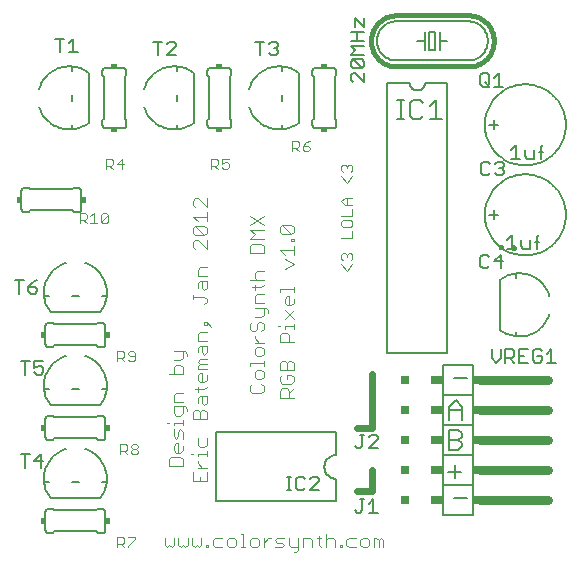
<source format=gto>
G75*
G70*
%OFA0B0*%
%FSLAX24Y24*%
%IPPOS*%
%LPD*%
%AMOC8*
5,1,8,0,0,1.08239X$1,22.5*
%
%ADD10C,0.0060*%
%ADD11C,0.0040*%
%ADD12C,0.0240*%
%ADD13C,0.0100*%
%ADD14C,0.0030*%
%ADD15C,0.0070*%
%ADD16C,0.0160*%
%ADD17C,0.0050*%
%ADD18C,0.0300*%
%ADD19R,0.0200X0.0300*%
%ADD20R,0.0400X0.0300*%
%ADD21R,0.0300X0.0300*%
%ADD22R,0.0200X0.0150*%
%ADD23R,0.0150X0.0200*%
D10*
X002501Y002904D02*
X002651Y002904D01*
X002701Y002954D01*
X004101Y002954D01*
X004151Y002904D01*
X004301Y002904D01*
X004318Y002906D01*
X004335Y002910D01*
X004351Y002917D01*
X004365Y002927D01*
X004378Y002940D01*
X004388Y002954D01*
X004395Y002970D01*
X004399Y002987D01*
X004401Y003004D01*
X004401Y003604D01*
X004399Y003621D01*
X004395Y003638D01*
X004388Y003654D01*
X004378Y003668D01*
X004365Y003681D01*
X004351Y003691D01*
X004335Y003698D01*
X004318Y003702D01*
X004301Y003704D01*
X004151Y003704D01*
X004101Y003654D01*
X002701Y003654D01*
X002651Y003704D01*
X002501Y003704D01*
X002484Y003702D01*
X002467Y003698D01*
X002451Y003691D01*
X002437Y003681D01*
X002424Y003668D01*
X002414Y003654D01*
X002407Y003638D01*
X002403Y003621D01*
X002401Y003604D01*
X002401Y003004D01*
X002403Y002987D01*
X002407Y002970D01*
X002414Y002954D01*
X002424Y002940D01*
X002437Y002927D01*
X002451Y002917D01*
X002467Y002910D01*
X002484Y002906D01*
X002501Y002904D01*
X002501Y006004D02*
X002651Y006004D01*
X002701Y006054D01*
X004101Y006054D01*
X004151Y006004D01*
X004301Y006004D01*
X004318Y006006D01*
X004335Y006010D01*
X004351Y006017D01*
X004365Y006027D01*
X004378Y006040D01*
X004388Y006054D01*
X004395Y006070D01*
X004399Y006087D01*
X004401Y006104D01*
X004401Y006704D01*
X004399Y006721D01*
X004395Y006738D01*
X004388Y006754D01*
X004378Y006768D01*
X004365Y006781D01*
X004351Y006791D01*
X004335Y006798D01*
X004318Y006802D01*
X004301Y006804D01*
X004151Y006804D01*
X004101Y006754D01*
X002701Y006754D01*
X002651Y006804D01*
X002501Y006804D01*
X002484Y006802D01*
X002467Y006798D01*
X002451Y006791D01*
X002437Y006781D01*
X002424Y006768D01*
X002414Y006754D01*
X002407Y006738D01*
X002403Y006721D01*
X002401Y006704D01*
X002401Y006104D01*
X002403Y006087D01*
X002407Y006070D01*
X002414Y006054D01*
X002424Y006040D01*
X002437Y006027D01*
X002451Y006017D01*
X002467Y006010D01*
X002484Y006006D01*
X002501Y006004D01*
X002501Y009104D02*
X002651Y009104D01*
X002701Y009154D01*
X004101Y009154D01*
X004151Y009104D01*
X004301Y009104D01*
X004318Y009106D01*
X004335Y009110D01*
X004351Y009117D01*
X004365Y009127D01*
X004378Y009140D01*
X004388Y009154D01*
X004395Y009170D01*
X004399Y009187D01*
X004401Y009204D01*
X004401Y009804D01*
X004399Y009821D01*
X004395Y009838D01*
X004388Y009854D01*
X004378Y009868D01*
X004365Y009881D01*
X004351Y009891D01*
X004335Y009898D01*
X004318Y009902D01*
X004301Y009904D01*
X004151Y009904D01*
X004101Y009854D01*
X002701Y009854D01*
X002651Y009904D01*
X002501Y009904D01*
X002484Y009902D01*
X002467Y009898D01*
X002451Y009891D01*
X002437Y009881D01*
X002424Y009868D01*
X002414Y009854D01*
X002407Y009838D01*
X002403Y009821D01*
X002401Y009804D01*
X002401Y009204D01*
X002403Y009187D01*
X002407Y009170D01*
X002414Y009154D01*
X002424Y009140D01*
X002437Y009127D01*
X002451Y009117D01*
X002467Y009110D01*
X002484Y009106D01*
X002501Y009104D01*
X001851Y013604D02*
X001701Y013604D01*
X001684Y013606D01*
X001667Y013610D01*
X001651Y013617D01*
X001637Y013627D01*
X001624Y013640D01*
X001614Y013654D01*
X001607Y013670D01*
X001603Y013687D01*
X001601Y013704D01*
X001601Y014304D01*
X001603Y014321D01*
X001607Y014338D01*
X001614Y014354D01*
X001624Y014368D01*
X001637Y014381D01*
X001651Y014391D01*
X001667Y014398D01*
X001684Y014402D01*
X001701Y014404D01*
X001851Y014404D01*
X001901Y014354D01*
X003301Y014354D01*
X003351Y014404D01*
X003501Y014404D01*
X003518Y014402D01*
X003535Y014398D01*
X003551Y014391D01*
X003565Y014381D01*
X003578Y014368D01*
X003588Y014354D01*
X003595Y014338D01*
X003599Y014321D01*
X003601Y014304D01*
X003601Y013704D01*
X003599Y013687D01*
X003595Y013670D01*
X003588Y013654D01*
X003578Y013640D01*
X003565Y013627D01*
X003551Y013617D01*
X003535Y013610D01*
X003518Y013606D01*
X003501Y013604D01*
X003351Y013604D01*
X003301Y013654D01*
X001901Y013654D01*
X001851Y013604D01*
X004401Y016404D02*
X005001Y016404D01*
X005018Y016406D01*
X005035Y016410D01*
X005051Y016417D01*
X005065Y016427D01*
X005078Y016440D01*
X005088Y016454D01*
X005095Y016470D01*
X005099Y016487D01*
X005101Y016504D01*
X005101Y016654D01*
X005051Y016704D01*
X005051Y018104D01*
X005101Y018154D01*
X005101Y018304D01*
X005099Y018321D01*
X005095Y018338D01*
X005088Y018354D01*
X005078Y018368D01*
X005065Y018381D01*
X005051Y018391D01*
X005035Y018398D01*
X005018Y018402D01*
X005001Y018404D01*
X004401Y018404D01*
X004384Y018402D01*
X004367Y018398D01*
X004351Y018391D01*
X004337Y018381D01*
X004324Y018368D01*
X004314Y018354D01*
X004307Y018338D01*
X004303Y018321D01*
X004301Y018304D01*
X004301Y018154D01*
X004351Y018104D01*
X004351Y016704D01*
X004301Y016654D01*
X004301Y016504D01*
X004303Y016487D01*
X004307Y016470D01*
X004314Y016454D01*
X004324Y016440D01*
X004337Y016427D01*
X004351Y016417D01*
X004367Y016410D01*
X004384Y016406D01*
X004401Y016404D01*
X007801Y016504D02*
X007801Y016654D01*
X007851Y016704D01*
X007851Y018104D01*
X007801Y018154D01*
X007801Y018304D01*
X007803Y018321D01*
X007807Y018338D01*
X007814Y018354D01*
X007824Y018368D01*
X007837Y018381D01*
X007851Y018391D01*
X007867Y018398D01*
X007884Y018402D01*
X007901Y018404D01*
X008501Y018404D01*
X008518Y018402D01*
X008535Y018398D01*
X008551Y018391D01*
X008565Y018381D01*
X008578Y018368D01*
X008588Y018354D01*
X008595Y018338D01*
X008599Y018321D01*
X008601Y018304D01*
X008601Y018154D01*
X008551Y018104D01*
X008551Y016704D01*
X008601Y016654D01*
X008601Y016504D01*
X008599Y016487D01*
X008595Y016470D01*
X008588Y016454D01*
X008578Y016440D01*
X008565Y016427D01*
X008551Y016417D01*
X008535Y016410D01*
X008518Y016406D01*
X008501Y016404D01*
X007901Y016404D01*
X007884Y016406D01*
X007867Y016410D01*
X007851Y016417D01*
X007837Y016427D01*
X007824Y016440D01*
X007814Y016454D01*
X007807Y016470D01*
X007803Y016487D01*
X007801Y016504D01*
X011301Y016504D02*
X011301Y016654D01*
X011351Y016704D01*
X011351Y018104D01*
X011301Y018154D01*
X011301Y018304D01*
X011303Y018321D01*
X011307Y018338D01*
X011314Y018354D01*
X011324Y018368D01*
X011337Y018381D01*
X011351Y018391D01*
X011367Y018398D01*
X011384Y018402D01*
X011401Y018404D01*
X012001Y018404D01*
X012018Y018402D01*
X012035Y018398D01*
X012051Y018391D01*
X012065Y018381D01*
X012078Y018368D01*
X012088Y018354D01*
X012095Y018338D01*
X012099Y018321D01*
X012101Y018304D01*
X012101Y018154D01*
X012051Y018104D01*
X012051Y016704D01*
X012101Y016654D01*
X012101Y016504D01*
X012099Y016487D01*
X012095Y016470D01*
X012088Y016454D01*
X012078Y016440D01*
X012065Y016427D01*
X012051Y016417D01*
X012035Y016410D01*
X012018Y016406D01*
X012001Y016404D01*
X011401Y016404D01*
X011384Y016406D01*
X011367Y016410D01*
X011351Y016417D01*
X011337Y016427D01*
X011324Y016440D01*
X011314Y016454D01*
X011307Y016470D01*
X011303Y016487D01*
X011301Y016504D01*
X013801Y017904D02*
X013801Y008904D01*
X015801Y008904D01*
X015801Y017904D01*
X015051Y017904D01*
X015049Y017874D01*
X015044Y017844D01*
X015035Y017815D01*
X015022Y017788D01*
X015007Y017762D01*
X014988Y017738D01*
X014967Y017717D01*
X014943Y017698D01*
X014917Y017683D01*
X014890Y017670D01*
X014861Y017661D01*
X014831Y017656D01*
X014801Y017654D01*
X014771Y017656D01*
X014741Y017661D01*
X014712Y017670D01*
X014685Y017683D01*
X014659Y017698D01*
X014635Y017717D01*
X014614Y017738D01*
X014595Y017762D01*
X014580Y017788D01*
X014567Y017815D01*
X014558Y017844D01*
X014553Y017874D01*
X014551Y017904D01*
X013801Y017904D01*
X014101Y018654D02*
X016501Y018654D01*
X016551Y018656D01*
X016600Y018662D01*
X016649Y018671D01*
X016697Y018684D01*
X016744Y018701D01*
X016789Y018721D01*
X016833Y018745D01*
X016875Y018772D01*
X016915Y018803D01*
X016952Y018836D01*
X016986Y018872D01*
X017018Y018910D01*
X017047Y018951D01*
X017072Y018993D01*
X017094Y019038D01*
X017113Y019084D01*
X017128Y019132D01*
X017139Y019180D01*
X017147Y019229D01*
X017151Y019279D01*
X017151Y019329D01*
X017147Y019379D01*
X017139Y019428D01*
X017128Y019476D01*
X017113Y019524D01*
X017094Y019570D01*
X017072Y019615D01*
X017047Y019657D01*
X017018Y019698D01*
X016986Y019736D01*
X016952Y019772D01*
X016915Y019805D01*
X016875Y019836D01*
X016833Y019863D01*
X016789Y019887D01*
X016744Y019907D01*
X016697Y019924D01*
X016649Y019937D01*
X016600Y019946D01*
X016551Y019952D01*
X016501Y019954D01*
X014101Y019954D01*
X014051Y019952D01*
X014002Y019946D01*
X013953Y019937D01*
X013905Y019924D01*
X013858Y019907D01*
X013813Y019887D01*
X013769Y019863D01*
X013727Y019836D01*
X013687Y019805D01*
X013650Y019772D01*
X013616Y019736D01*
X013584Y019698D01*
X013555Y019657D01*
X013530Y019615D01*
X013508Y019570D01*
X013489Y019524D01*
X013474Y019476D01*
X013463Y019428D01*
X013455Y019379D01*
X013451Y019329D01*
X013451Y019279D01*
X013455Y019229D01*
X013463Y019180D01*
X013474Y019132D01*
X013489Y019084D01*
X013508Y019038D01*
X013530Y018993D01*
X013555Y018951D01*
X013584Y018910D01*
X013616Y018872D01*
X013650Y018836D01*
X013687Y018803D01*
X013727Y018772D01*
X013769Y018745D01*
X013813Y018721D01*
X013858Y018701D01*
X013905Y018684D01*
X013953Y018671D01*
X014002Y018662D01*
X014051Y018656D01*
X014101Y018654D01*
X014801Y019304D02*
X015051Y019304D01*
X015051Y019604D01*
X015201Y019604D02*
X015401Y019604D01*
X015401Y019004D01*
X015201Y019004D01*
X015201Y019604D01*
X015551Y019604D02*
X015551Y019304D01*
X015801Y019304D01*
X015551Y019304D02*
X015551Y019004D01*
X015051Y019004D02*
X015051Y019304D01*
X017351Y016654D02*
X017351Y016354D01*
X017201Y016504D02*
X017501Y016504D01*
X017051Y016504D02*
X017053Y016577D01*
X017059Y016650D01*
X017069Y016722D01*
X017083Y016794D01*
X017100Y016865D01*
X017122Y016935D01*
X017147Y017004D01*
X017176Y017071D01*
X017208Y017136D01*
X017244Y017200D01*
X017284Y017262D01*
X017326Y017321D01*
X017372Y017378D01*
X017421Y017432D01*
X017473Y017484D01*
X017527Y017533D01*
X017584Y017579D01*
X017643Y017621D01*
X017705Y017661D01*
X017769Y017697D01*
X017834Y017729D01*
X017901Y017758D01*
X017970Y017783D01*
X018040Y017805D01*
X018111Y017822D01*
X018183Y017836D01*
X018255Y017846D01*
X018328Y017852D01*
X018401Y017854D01*
X018474Y017852D01*
X018547Y017846D01*
X018619Y017836D01*
X018691Y017822D01*
X018762Y017805D01*
X018832Y017783D01*
X018901Y017758D01*
X018968Y017729D01*
X019033Y017697D01*
X019097Y017661D01*
X019159Y017621D01*
X019218Y017579D01*
X019275Y017533D01*
X019329Y017484D01*
X019381Y017432D01*
X019430Y017378D01*
X019476Y017321D01*
X019518Y017262D01*
X019558Y017200D01*
X019594Y017136D01*
X019626Y017071D01*
X019655Y017004D01*
X019680Y016935D01*
X019702Y016865D01*
X019719Y016794D01*
X019733Y016722D01*
X019743Y016650D01*
X019749Y016577D01*
X019751Y016504D01*
X019749Y016431D01*
X019743Y016358D01*
X019733Y016286D01*
X019719Y016214D01*
X019702Y016143D01*
X019680Y016073D01*
X019655Y016004D01*
X019626Y015937D01*
X019594Y015872D01*
X019558Y015808D01*
X019518Y015746D01*
X019476Y015687D01*
X019430Y015630D01*
X019381Y015576D01*
X019329Y015524D01*
X019275Y015475D01*
X019218Y015429D01*
X019159Y015387D01*
X019097Y015347D01*
X019033Y015311D01*
X018968Y015279D01*
X018901Y015250D01*
X018832Y015225D01*
X018762Y015203D01*
X018691Y015186D01*
X018619Y015172D01*
X018547Y015162D01*
X018474Y015156D01*
X018401Y015154D01*
X018328Y015156D01*
X018255Y015162D01*
X018183Y015172D01*
X018111Y015186D01*
X018040Y015203D01*
X017970Y015225D01*
X017901Y015250D01*
X017834Y015279D01*
X017769Y015311D01*
X017705Y015347D01*
X017643Y015387D01*
X017584Y015429D01*
X017527Y015475D01*
X017473Y015524D01*
X017421Y015576D01*
X017372Y015630D01*
X017326Y015687D01*
X017284Y015746D01*
X017244Y015808D01*
X017208Y015872D01*
X017176Y015937D01*
X017147Y016004D01*
X017122Y016073D01*
X017100Y016143D01*
X017083Y016214D01*
X017069Y016286D01*
X017059Y016358D01*
X017053Y016431D01*
X017051Y016504D01*
X017351Y013654D02*
X017351Y013354D01*
X017201Y013504D02*
X017501Y013504D01*
X017051Y013504D02*
X017053Y013577D01*
X017059Y013650D01*
X017069Y013722D01*
X017083Y013794D01*
X017100Y013865D01*
X017122Y013935D01*
X017147Y014004D01*
X017176Y014071D01*
X017208Y014136D01*
X017244Y014200D01*
X017284Y014262D01*
X017326Y014321D01*
X017372Y014378D01*
X017421Y014432D01*
X017473Y014484D01*
X017527Y014533D01*
X017584Y014579D01*
X017643Y014621D01*
X017705Y014661D01*
X017769Y014697D01*
X017834Y014729D01*
X017901Y014758D01*
X017970Y014783D01*
X018040Y014805D01*
X018111Y014822D01*
X018183Y014836D01*
X018255Y014846D01*
X018328Y014852D01*
X018401Y014854D01*
X018474Y014852D01*
X018547Y014846D01*
X018619Y014836D01*
X018691Y014822D01*
X018762Y014805D01*
X018832Y014783D01*
X018901Y014758D01*
X018968Y014729D01*
X019033Y014697D01*
X019097Y014661D01*
X019159Y014621D01*
X019218Y014579D01*
X019275Y014533D01*
X019329Y014484D01*
X019381Y014432D01*
X019430Y014378D01*
X019476Y014321D01*
X019518Y014262D01*
X019558Y014200D01*
X019594Y014136D01*
X019626Y014071D01*
X019655Y014004D01*
X019680Y013935D01*
X019702Y013865D01*
X019719Y013794D01*
X019733Y013722D01*
X019743Y013650D01*
X019749Y013577D01*
X019751Y013504D01*
X019749Y013431D01*
X019743Y013358D01*
X019733Y013286D01*
X019719Y013214D01*
X019702Y013143D01*
X019680Y013073D01*
X019655Y013004D01*
X019626Y012937D01*
X019594Y012872D01*
X019558Y012808D01*
X019518Y012746D01*
X019476Y012687D01*
X019430Y012630D01*
X019381Y012576D01*
X019329Y012524D01*
X019275Y012475D01*
X019218Y012429D01*
X019159Y012387D01*
X019097Y012347D01*
X019033Y012311D01*
X018968Y012279D01*
X018901Y012250D01*
X018832Y012225D01*
X018762Y012203D01*
X018691Y012186D01*
X018619Y012172D01*
X018547Y012162D01*
X018474Y012156D01*
X018401Y012154D01*
X018328Y012156D01*
X018255Y012162D01*
X018183Y012172D01*
X018111Y012186D01*
X018040Y012203D01*
X017970Y012225D01*
X017901Y012250D01*
X017834Y012279D01*
X017769Y012311D01*
X017705Y012347D01*
X017643Y012387D01*
X017584Y012429D01*
X017527Y012475D01*
X017473Y012524D01*
X017421Y012576D01*
X017372Y012630D01*
X017326Y012687D01*
X017284Y012746D01*
X017244Y012808D01*
X017208Y012872D01*
X017176Y012937D01*
X017147Y013004D01*
X017122Y013073D01*
X017100Y013143D01*
X017083Y013214D01*
X017069Y013286D01*
X017059Y013358D01*
X017053Y013431D01*
X017051Y013504D01*
X018101Y011549D02*
X018101Y011391D01*
X017551Y011329D02*
X017551Y009679D01*
X018101Y009617D02*
X018101Y009459D01*
X017551Y009679D02*
X017602Y009642D01*
X017655Y009607D01*
X017711Y009575D01*
X017768Y009547D01*
X017827Y009523D01*
X017887Y009502D01*
X017948Y009485D01*
X018010Y009471D01*
X018073Y009462D01*
X018136Y009456D01*
X018200Y009454D01*
X018264Y009456D01*
X018327Y009462D01*
X018390Y009471D01*
X018452Y009484D01*
X018513Y009502D01*
X018573Y009522D01*
X018632Y009547D01*
X018689Y009574D01*
X018745Y009606D01*
X018798Y009640D01*
X018849Y009678D01*
X018898Y009719D01*
X018944Y009763D01*
X018988Y009809D01*
X019029Y009858D01*
X019066Y009909D01*
X019101Y009963D01*
X019132Y010018D01*
X019160Y010075D01*
X019184Y010134D01*
X019204Y010194D01*
X019204Y010814D02*
X019184Y010874D01*
X019160Y010933D01*
X019132Y010990D01*
X019101Y011045D01*
X019066Y011099D01*
X019029Y011150D01*
X018988Y011199D01*
X018944Y011245D01*
X018898Y011289D01*
X018849Y011330D01*
X018798Y011368D01*
X018745Y011402D01*
X018689Y011433D01*
X018632Y011461D01*
X018573Y011486D01*
X018513Y011506D01*
X018452Y011524D01*
X018390Y011537D01*
X018327Y011546D01*
X018264Y011552D01*
X018200Y011554D01*
X018136Y011552D01*
X018073Y011546D01*
X018010Y011537D01*
X017948Y011523D01*
X017887Y011506D01*
X017827Y011485D01*
X017768Y011461D01*
X017711Y011433D01*
X017655Y011401D01*
X017602Y011366D01*
X017551Y011329D01*
X016651Y008504D02*
X015651Y008504D01*
X015651Y007504D01*
X015651Y006504D01*
X015651Y005504D01*
X016651Y005504D01*
X016651Y006504D01*
X016651Y007504D01*
X016651Y008504D01*
X016458Y008054D02*
X016031Y008054D01*
X015651Y007504D02*
X016651Y007504D01*
X016288Y007111D02*
X016288Y006684D01*
X016288Y007004D02*
X015861Y007004D01*
X015861Y007111D02*
X015861Y006684D01*
X015651Y006504D02*
X016651Y006504D01*
X016278Y006218D02*
X016278Y006111D01*
X016171Y006004D01*
X015851Y006004D01*
X015851Y005684D02*
X015851Y006324D01*
X016171Y006324D01*
X016278Y006218D01*
X016171Y006004D02*
X016278Y005897D01*
X016278Y005791D01*
X016171Y005684D01*
X015851Y005684D01*
X015651Y005504D02*
X016651Y005504D01*
X016651Y004504D01*
X016651Y003504D01*
X015651Y003504D01*
X015651Y004504D01*
X016651Y004504D01*
X016458Y004054D02*
X016031Y004054D01*
X015651Y004504D02*
X015651Y005504D01*
X016051Y005161D02*
X016051Y004734D01*
X015837Y004947D02*
X016264Y004947D01*
X016288Y007111D02*
X016074Y007324D01*
X015861Y007111D01*
X012101Y006254D02*
X012101Y005504D01*
X012062Y005502D01*
X012023Y005496D01*
X011985Y005487D01*
X011948Y005474D01*
X011912Y005457D01*
X011879Y005437D01*
X011847Y005413D01*
X011818Y005387D01*
X011792Y005358D01*
X011768Y005326D01*
X011748Y005293D01*
X011731Y005257D01*
X011718Y005220D01*
X011709Y005182D01*
X011703Y005143D01*
X011701Y005104D01*
X011703Y005065D01*
X011709Y005026D01*
X011718Y004988D01*
X011731Y004951D01*
X011748Y004915D01*
X011768Y004882D01*
X011792Y004850D01*
X011818Y004821D01*
X011847Y004795D01*
X011879Y004771D01*
X011912Y004751D01*
X011948Y004734D01*
X011985Y004721D01*
X012023Y004712D01*
X012062Y004706D01*
X012101Y004704D01*
X012101Y003954D01*
X008101Y003954D01*
X008101Y006254D01*
X012101Y006254D01*
D11*
X010681Y007416D02*
X010220Y007416D01*
X010220Y007646D01*
X010297Y007722D01*
X010451Y007722D01*
X010527Y007646D01*
X010527Y007416D01*
X010527Y007569D02*
X010681Y007722D01*
X010604Y007876D02*
X010681Y007953D01*
X010681Y008106D01*
X010604Y008183D01*
X010451Y008183D01*
X010451Y008029D01*
X010604Y007876D02*
X010297Y007876D01*
X010220Y007953D01*
X010220Y008106D01*
X010297Y008183D01*
X010220Y008336D02*
X010220Y008566D01*
X010297Y008643D01*
X010374Y008643D01*
X010451Y008566D01*
X010451Y008336D01*
X010681Y008336D02*
X010681Y008566D01*
X010604Y008643D01*
X010527Y008643D01*
X010451Y008566D01*
X010681Y008336D02*
X010220Y008336D01*
X009681Y008253D02*
X009681Y008099D01*
X009604Y008022D01*
X009451Y008022D01*
X009374Y008099D01*
X009374Y008253D01*
X009451Y008329D01*
X009604Y008329D01*
X009681Y008253D01*
X009681Y008483D02*
X009681Y008636D01*
X009681Y008560D02*
X009220Y008560D01*
X009220Y008483D01*
X009451Y008790D02*
X009604Y008790D01*
X009681Y008866D01*
X009681Y009020D01*
X009604Y009097D01*
X009451Y009097D01*
X009374Y009020D01*
X009374Y008866D01*
X009451Y008790D01*
X009527Y009250D02*
X009374Y009404D01*
X009374Y009480D01*
X009374Y009634D02*
X009451Y009710D01*
X009451Y009864D01*
X009527Y009941D01*
X009604Y009941D01*
X009681Y009864D01*
X009681Y009710D01*
X009604Y009634D01*
X009374Y009634D02*
X009297Y009634D01*
X009220Y009710D01*
X009220Y009864D01*
X009297Y009941D01*
X009374Y010094D02*
X009604Y010094D01*
X009681Y010171D01*
X009681Y010401D01*
X009757Y010401D02*
X009374Y010401D01*
X009374Y010554D02*
X009374Y010785D01*
X009451Y010861D01*
X009681Y010861D01*
X009604Y011091D02*
X009297Y011091D01*
X009374Y011015D02*
X009374Y011168D01*
X009451Y011322D02*
X009374Y011398D01*
X009374Y011552D01*
X009451Y011629D01*
X009681Y011629D01*
X009681Y011322D02*
X009220Y011322D01*
X009604Y011091D02*
X009681Y011168D01*
X010220Y011022D02*
X010681Y011022D01*
X010681Y011098D02*
X010681Y010945D01*
X010527Y010791D02*
X010451Y010791D01*
X010374Y010715D01*
X010374Y010561D01*
X010451Y010485D01*
X010604Y010485D01*
X010681Y010561D01*
X010681Y010715D01*
X010527Y010791D02*
X010527Y010485D01*
X010374Y010331D02*
X010681Y010024D01*
X010681Y009871D02*
X010681Y009717D01*
X010681Y009794D02*
X010374Y009794D01*
X010374Y009717D01*
X010297Y009564D02*
X010451Y009564D01*
X010527Y009487D01*
X010527Y009257D01*
X010681Y009257D02*
X010220Y009257D01*
X010220Y009487D01*
X010297Y009564D01*
X010220Y009794D02*
X010144Y009794D01*
X010374Y010024D02*
X010681Y010331D01*
X010220Y010945D02*
X010220Y011022D01*
X010374Y011712D02*
X010681Y011866D01*
X010374Y012019D01*
X010374Y012173D02*
X010220Y012326D01*
X010681Y012326D01*
X010681Y012173D02*
X010681Y012479D01*
X010681Y012633D02*
X010681Y012710D01*
X010604Y012710D01*
X010604Y012633D01*
X010681Y012633D01*
X010604Y012863D02*
X010297Y013170D01*
X010604Y013170D01*
X010681Y013093D01*
X010681Y012940D01*
X010604Y012863D01*
X010297Y012863D01*
X010220Y012940D01*
X010220Y013093D01*
X010297Y013170D01*
X009681Y013163D02*
X009220Y013470D01*
X009220Y013163D02*
X009681Y013470D01*
X009681Y013010D02*
X009220Y013010D01*
X009374Y012856D01*
X009220Y012703D01*
X009681Y012703D01*
X009604Y012549D02*
X009297Y012549D01*
X009220Y012473D01*
X009220Y012242D01*
X009681Y012242D01*
X009681Y012473D01*
X009604Y012549D01*
X007781Y012680D02*
X007781Y012373D01*
X007474Y012680D01*
X007397Y012680D01*
X007320Y012603D01*
X007320Y012450D01*
X007397Y012373D01*
X007397Y012834D02*
X007320Y012910D01*
X007320Y013064D01*
X007397Y013140D01*
X007704Y012834D01*
X007781Y012910D01*
X007781Y013064D01*
X007704Y013140D01*
X007397Y013140D01*
X007474Y013294D02*
X007320Y013447D01*
X007781Y013447D01*
X007781Y013294D02*
X007781Y013601D01*
X007781Y013754D02*
X007474Y014061D01*
X007397Y014061D01*
X007320Y013984D01*
X007320Y013831D01*
X007397Y013754D01*
X007781Y013754D02*
X007781Y014061D01*
X007921Y015034D02*
X007921Y015384D01*
X008096Y015384D01*
X008154Y015326D01*
X008154Y015209D01*
X008096Y015151D01*
X007921Y015151D01*
X008038Y015151D02*
X008154Y015034D01*
X008280Y015092D02*
X008338Y015034D01*
X008455Y015034D01*
X008513Y015092D01*
X008513Y015209D01*
X008455Y015267D01*
X008397Y015267D01*
X008280Y015209D01*
X008280Y015384D01*
X008513Y015384D01*
X010621Y015634D02*
X010621Y015984D01*
X010796Y015984D01*
X010854Y015926D01*
X010854Y015809D01*
X010796Y015751D01*
X010621Y015751D01*
X010738Y015751D02*
X010854Y015634D01*
X010980Y015692D02*
X011038Y015634D01*
X011155Y015634D01*
X011213Y015692D01*
X011213Y015751D01*
X011155Y015809D01*
X010980Y015809D01*
X010980Y015692D01*
X010980Y015809D02*
X011097Y015926D01*
X011213Y015984D01*
X007704Y012834D02*
X007397Y012834D01*
X007551Y011759D02*
X007781Y011759D01*
X007551Y011759D02*
X007474Y011683D01*
X007474Y011452D01*
X007781Y011452D01*
X007781Y011299D02*
X007551Y011299D01*
X007474Y011222D01*
X007474Y011069D01*
X007627Y011069D02*
X007627Y011299D01*
X007781Y011299D02*
X007781Y011069D01*
X007704Y010992D01*
X007627Y011069D01*
X007704Y010762D02*
X007320Y010762D01*
X007320Y010685D02*
X007320Y010839D01*
X007704Y010762D02*
X007781Y010685D01*
X007781Y010608D01*
X007704Y010532D01*
X007704Y009918D02*
X007704Y009841D01*
X007781Y009841D01*
X007781Y009918D01*
X007704Y009918D01*
X007781Y009918D02*
X007934Y009765D01*
X007781Y009611D02*
X007551Y009611D01*
X007474Y009534D01*
X007474Y009304D01*
X007781Y009304D01*
X007781Y009151D02*
X007551Y009151D01*
X007474Y009074D01*
X007474Y008921D01*
X007627Y008921D02*
X007627Y009151D01*
X007781Y009151D02*
X007781Y008921D01*
X007704Y008844D01*
X007627Y008921D01*
X007551Y008690D02*
X007781Y008690D01*
X007781Y008537D02*
X007551Y008537D01*
X007474Y008614D01*
X007551Y008690D01*
X007551Y008537D02*
X007474Y008460D01*
X007474Y008383D01*
X007781Y008383D01*
X007627Y008230D02*
X007627Y007923D01*
X007551Y007923D02*
X007474Y008000D01*
X007474Y008153D01*
X007551Y008230D01*
X007627Y008230D01*
X007781Y008153D02*
X007781Y008000D01*
X007704Y007923D01*
X007551Y007923D01*
X007474Y007770D02*
X007474Y007616D01*
X007397Y007693D02*
X007704Y007693D01*
X007781Y007770D01*
X007781Y007463D02*
X007551Y007463D01*
X007474Y007386D01*
X007474Y007233D01*
X007627Y007233D02*
X007627Y007463D01*
X007781Y007463D02*
X007781Y007233D01*
X007704Y007156D01*
X007627Y007233D01*
X007627Y007002D02*
X007704Y007002D01*
X007781Y006926D01*
X007781Y006696D01*
X007320Y006696D01*
X007320Y006926D01*
X007397Y007002D01*
X007474Y007002D01*
X007551Y006926D01*
X007551Y006696D01*
X007551Y006926D02*
X007627Y007002D01*
X007134Y006965D02*
X007134Y007042D01*
X007057Y007119D01*
X006674Y007119D01*
X006674Y006889D01*
X006751Y006812D01*
X006904Y006812D01*
X006981Y006889D01*
X006981Y007119D01*
X006981Y007272D02*
X006674Y007272D01*
X006674Y007502D01*
X006751Y007579D01*
X006981Y007579D01*
X006981Y008193D02*
X006520Y008193D01*
X006674Y008193D02*
X006674Y008423D01*
X006751Y008500D01*
X006904Y008500D01*
X006981Y008423D01*
X006981Y008193D01*
X006904Y008653D02*
X006674Y008653D01*
X006904Y008653D02*
X006981Y008730D01*
X006981Y008960D01*
X007057Y008960D02*
X007134Y008883D01*
X007134Y008807D01*
X007057Y008960D02*
X006674Y008960D01*
X005395Y008916D02*
X005395Y008682D01*
X005337Y008624D01*
X005220Y008624D01*
X005162Y008682D01*
X005220Y008799D02*
X005395Y008799D01*
X005395Y008916D02*
X005337Y008974D01*
X005220Y008974D01*
X005162Y008916D01*
X005162Y008857D01*
X005220Y008799D01*
X005036Y008799D02*
X005036Y008916D01*
X004978Y008974D01*
X004803Y008974D01*
X004803Y008624D01*
X004803Y008741D02*
X004978Y008741D01*
X005036Y008799D01*
X004919Y008741D02*
X005036Y008624D01*
X006444Y006582D02*
X006520Y006582D01*
X006674Y006582D02*
X006981Y006582D01*
X006981Y006658D02*
X006981Y006505D01*
X006904Y006352D02*
X006827Y006275D01*
X006827Y006121D01*
X006751Y006045D01*
X006674Y006121D01*
X006674Y006352D01*
X006674Y006505D02*
X006674Y006582D01*
X006904Y006352D02*
X006981Y006275D01*
X006981Y006045D01*
X006827Y005891D02*
X006827Y005584D01*
X006751Y005584D02*
X006674Y005661D01*
X006674Y005814D01*
X006751Y005891D01*
X006827Y005891D01*
X006981Y005814D02*
X006981Y005661D01*
X006904Y005584D01*
X006751Y005584D01*
X006904Y005431D02*
X006597Y005431D01*
X006520Y005354D01*
X006520Y005124D01*
X006981Y005124D01*
X006981Y005354D01*
X006904Y005431D01*
X007244Y005545D02*
X007320Y005545D01*
X007474Y005545D02*
X007781Y005545D01*
X007781Y005621D02*
X007781Y005468D01*
X007474Y005468D02*
X007474Y005545D01*
X007474Y005314D02*
X007474Y005238D01*
X007627Y005084D01*
X007474Y005084D02*
X007781Y005084D01*
X007781Y004931D02*
X007781Y004624D01*
X007320Y004624D01*
X007320Y004931D01*
X007551Y004777D02*
X007551Y004624D01*
X007551Y005775D02*
X007474Y005851D01*
X007474Y006082D01*
X007551Y005775D02*
X007704Y005775D01*
X007781Y005851D01*
X007781Y006082D01*
X009297Y007562D02*
X009220Y007639D01*
X009220Y007792D01*
X009297Y007869D01*
X009604Y007869D02*
X009681Y007792D01*
X009681Y007639D01*
X009604Y007562D01*
X009297Y007562D01*
X009374Y009250D02*
X009681Y009250D01*
X009834Y010247D02*
X009834Y010324D01*
X009757Y010401D01*
X009681Y010554D02*
X009374Y010554D01*
X004955Y015034D02*
X004955Y015384D01*
X004780Y015209D01*
X005013Y015209D01*
X004654Y015209D02*
X004654Y015326D01*
X004596Y015384D01*
X004421Y015384D01*
X004421Y015034D01*
X004421Y015151D02*
X004596Y015151D01*
X004654Y015209D01*
X004538Y015151D02*
X004654Y015034D01*
X004437Y013574D02*
X004495Y013516D01*
X004262Y013282D01*
X004320Y013224D01*
X004437Y013224D01*
X004495Y013282D01*
X004495Y013516D01*
X004437Y013574D02*
X004320Y013574D01*
X004262Y013516D01*
X004262Y013282D01*
X004136Y013224D02*
X003903Y013224D01*
X004019Y013224D02*
X004019Y013574D01*
X003903Y013457D01*
X003777Y013399D02*
X003719Y013341D01*
X003544Y013341D01*
X003660Y013341D02*
X003777Y013224D01*
X003777Y013399D02*
X003777Y013516D01*
X003719Y013574D01*
X003544Y013574D01*
X003544Y013224D01*
X004903Y005874D02*
X005078Y005874D01*
X005136Y005816D01*
X005136Y005699D01*
X005078Y005641D01*
X004903Y005641D01*
X005019Y005641D02*
X005136Y005524D01*
X005262Y005582D02*
X005262Y005641D01*
X005320Y005699D01*
X005437Y005699D01*
X005495Y005641D01*
X005495Y005582D01*
X005437Y005524D01*
X005320Y005524D01*
X005262Y005582D01*
X005320Y005699D02*
X005262Y005757D01*
X005262Y005816D01*
X005320Y005874D01*
X005437Y005874D01*
X005495Y005816D01*
X005495Y005757D01*
X005437Y005699D01*
X004903Y005524D02*
X004903Y005874D01*
X004978Y002774D02*
X004803Y002774D01*
X004803Y002424D01*
X004803Y002541D02*
X004978Y002541D01*
X005036Y002599D01*
X005036Y002716D01*
X004978Y002774D01*
X005162Y002774D02*
X005395Y002774D01*
X005395Y002716D01*
X005162Y002482D01*
X005162Y002424D01*
X005036Y002424D02*
X004919Y002541D01*
X006378Y002501D02*
X006454Y002424D01*
X006531Y002501D01*
X006608Y002424D01*
X006685Y002501D01*
X006685Y002731D01*
X006838Y002731D02*
X006838Y002501D01*
X006915Y002424D01*
X006992Y002501D01*
X007068Y002424D01*
X007145Y002501D01*
X007145Y002731D01*
X007299Y002731D02*
X007299Y002501D01*
X007375Y002424D01*
X007452Y002501D01*
X007529Y002424D01*
X007605Y002501D01*
X007605Y002731D01*
X007759Y002501D02*
X007836Y002501D01*
X007836Y002424D01*
X007759Y002424D01*
X007759Y002501D01*
X007989Y002501D02*
X008066Y002424D01*
X008296Y002424D01*
X008449Y002501D02*
X008526Y002424D01*
X008680Y002424D01*
X008756Y002501D01*
X008756Y002654D01*
X008680Y002731D01*
X008526Y002731D01*
X008449Y002654D01*
X008449Y002501D01*
X008296Y002731D02*
X008066Y002731D01*
X007989Y002654D01*
X007989Y002501D01*
X008910Y002424D02*
X009063Y002424D01*
X008986Y002424D02*
X008986Y002884D01*
X008910Y002884D01*
X009217Y002654D02*
X009217Y002501D01*
X009293Y002424D01*
X009447Y002424D01*
X009524Y002501D01*
X009524Y002654D01*
X009447Y002731D01*
X009293Y002731D01*
X009217Y002654D01*
X009677Y002731D02*
X009677Y002424D01*
X009677Y002577D02*
X009830Y002731D01*
X009907Y002731D01*
X010061Y002654D02*
X010137Y002731D01*
X010367Y002731D01*
X010521Y002731D02*
X010521Y002501D01*
X010598Y002424D01*
X010828Y002424D01*
X010828Y002347D02*
X010751Y002271D01*
X010674Y002271D01*
X010828Y002347D02*
X010828Y002731D01*
X010981Y002731D02*
X011211Y002731D01*
X011288Y002654D01*
X011288Y002424D01*
X010981Y002424D02*
X010981Y002731D01*
X011442Y002731D02*
X011595Y002731D01*
X011518Y002808D02*
X011518Y002501D01*
X011595Y002424D01*
X011749Y002424D02*
X011749Y002884D01*
X011825Y002731D02*
X011979Y002731D01*
X012055Y002654D01*
X012055Y002424D01*
X012209Y002424D02*
X012209Y002501D01*
X012286Y002501D01*
X012286Y002424D01*
X012209Y002424D01*
X012439Y002501D02*
X012516Y002424D01*
X012746Y002424D01*
X012899Y002501D02*
X012976Y002424D01*
X013130Y002424D01*
X013206Y002501D01*
X013206Y002654D01*
X013130Y002731D01*
X012976Y002731D01*
X012899Y002654D01*
X012899Y002501D01*
X012746Y002731D02*
X012516Y002731D01*
X012439Y002654D01*
X012439Y002501D01*
X011825Y002731D02*
X011749Y002654D01*
X010367Y002501D02*
X010291Y002577D01*
X010137Y002577D01*
X010061Y002654D01*
X010061Y002424D02*
X010291Y002424D01*
X010367Y002501D01*
X013360Y002424D02*
X013360Y002731D01*
X013436Y002731D01*
X013513Y002654D01*
X013590Y002731D01*
X013667Y002654D01*
X013667Y002424D01*
X013513Y002424D02*
X013513Y002654D01*
X006378Y002731D02*
X006378Y002501D01*
D12*
X012801Y004304D02*
X013301Y004304D01*
X013301Y005004D01*
X013301Y006404D02*
X012801Y006404D01*
X013301Y006504D02*
X013301Y008204D01*
D13*
X017951Y012404D02*
X017953Y012417D01*
X017958Y012430D01*
X017967Y012441D01*
X017978Y012448D01*
X017991Y012453D01*
X018004Y012454D01*
X018018Y012451D01*
X018030Y012445D01*
X018040Y012436D01*
X018047Y012424D01*
X018051Y012411D01*
X018051Y012397D01*
X018047Y012384D01*
X018040Y012372D01*
X018030Y012363D01*
X018018Y012357D01*
X018004Y012354D01*
X017991Y012355D01*
X017978Y012360D01*
X017967Y012367D01*
X017958Y012378D01*
X017953Y012391D01*
X017951Y012404D01*
D14*
X012636Y012172D02*
X012636Y012049D01*
X012574Y011987D01*
X012636Y011866D02*
X012451Y011619D01*
X012265Y011866D01*
X012327Y011987D02*
X012265Y012049D01*
X012265Y012172D01*
X012327Y012234D01*
X012389Y012234D01*
X012451Y012172D01*
X012512Y012234D01*
X012574Y012234D01*
X012636Y012172D01*
X012451Y012172D02*
X012451Y012111D01*
X012265Y012724D02*
X012636Y012724D01*
X012636Y012971D01*
X012574Y013092D02*
X012327Y013092D01*
X012265Y013154D01*
X012265Y013277D01*
X012327Y013339D01*
X012574Y013339D01*
X012636Y013277D01*
X012636Y013154D01*
X012574Y013092D01*
X012636Y013460D02*
X012265Y013460D01*
X012636Y013460D02*
X012636Y013707D01*
X012636Y013829D02*
X012389Y013829D01*
X012265Y013952D01*
X012389Y014076D01*
X012636Y014076D01*
X012451Y014076D02*
X012451Y013829D01*
X012451Y014565D02*
X012636Y014812D01*
X012574Y014934D02*
X012636Y014995D01*
X012636Y015119D01*
X012574Y015181D01*
X012512Y015181D01*
X012451Y015119D01*
X012451Y015057D01*
X012451Y015119D02*
X012389Y015181D01*
X012327Y015181D01*
X012265Y015119D01*
X012265Y014995D01*
X012327Y014934D01*
X012265Y014812D02*
X012451Y014565D01*
D15*
X014136Y016709D02*
X014346Y016709D01*
X014241Y016709D02*
X014241Y017339D01*
X014136Y017339D02*
X014346Y017339D01*
X014565Y017234D02*
X014565Y016814D01*
X014671Y016709D01*
X014881Y016709D01*
X014986Y016814D01*
X015210Y016709D02*
X015630Y016709D01*
X015420Y016709D02*
X015420Y017339D01*
X015210Y017129D01*
X014986Y017234D02*
X014881Y017339D01*
X014671Y017339D01*
X014565Y017234D01*
D16*
X014101Y018454D02*
X016501Y018454D01*
X016558Y018456D01*
X016614Y018462D01*
X016670Y018471D01*
X016726Y018484D01*
X016780Y018501D01*
X016833Y018521D01*
X016884Y018545D01*
X016934Y018573D01*
X016982Y018603D01*
X017028Y018637D01*
X017071Y018674D01*
X017112Y018713D01*
X017150Y018755D01*
X017185Y018800D01*
X017217Y018847D01*
X017246Y018896D01*
X017272Y018946D01*
X017294Y018999D01*
X017313Y019052D01*
X017328Y019107D01*
X017339Y019163D01*
X017347Y019219D01*
X017351Y019276D01*
X017351Y019332D01*
X017347Y019389D01*
X017339Y019445D01*
X017328Y019501D01*
X017313Y019556D01*
X017294Y019609D01*
X017272Y019662D01*
X017246Y019712D01*
X017217Y019761D01*
X017185Y019808D01*
X017150Y019853D01*
X017112Y019895D01*
X017071Y019934D01*
X017028Y019971D01*
X016982Y020005D01*
X016934Y020035D01*
X016884Y020063D01*
X016833Y020087D01*
X016780Y020107D01*
X016726Y020124D01*
X016670Y020137D01*
X016614Y020146D01*
X016558Y020152D01*
X016501Y020154D01*
X014101Y020154D01*
X014044Y020152D01*
X013988Y020146D01*
X013932Y020137D01*
X013876Y020124D01*
X013822Y020107D01*
X013769Y020087D01*
X013718Y020063D01*
X013668Y020035D01*
X013620Y020005D01*
X013574Y019971D01*
X013531Y019934D01*
X013490Y019895D01*
X013452Y019853D01*
X013417Y019808D01*
X013385Y019761D01*
X013356Y019712D01*
X013330Y019662D01*
X013308Y019609D01*
X013289Y019556D01*
X013274Y019501D01*
X013263Y019445D01*
X013255Y019389D01*
X013251Y019332D01*
X013251Y019276D01*
X013255Y019219D01*
X013263Y019163D01*
X013274Y019107D01*
X013289Y019052D01*
X013308Y018999D01*
X013330Y018946D01*
X013356Y018896D01*
X013385Y018847D01*
X013417Y018800D01*
X013452Y018755D01*
X013490Y018713D01*
X013531Y018674D01*
X013574Y018637D01*
X013620Y018603D01*
X013668Y018573D01*
X013718Y018545D01*
X013769Y018521D01*
X013822Y018501D01*
X013876Y018484D01*
X013932Y018471D01*
X013988Y018462D01*
X014044Y018456D01*
X014101Y018454D01*
D17*
X013026Y018462D02*
X012951Y018387D01*
X012650Y018688D01*
X012951Y018688D01*
X013026Y018613D01*
X013026Y018462D01*
X012951Y018387D02*
X012650Y018387D01*
X012575Y018462D01*
X012575Y018613D01*
X012650Y018688D01*
X012575Y018848D02*
X012726Y018998D01*
X012575Y019148D01*
X013026Y019148D01*
X013026Y019308D02*
X012575Y019308D01*
X012801Y019308D02*
X012801Y019608D01*
X012726Y019768D02*
X012726Y020069D01*
X013026Y019768D01*
X013026Y020069D01*
X013026Y019608D02*
X012575Y019608D01*
X012575Y018848D02*
X013026Y018848D01*
X013026Y018227D02*
X013026Y017927D01*
X012726Y018227D01*
X012650Y018227D01*
X012575Y018152D01*
X012575Y018002D01*
X012650Y017927D01*
X010851Y018229D02*
X010851Y016579D01*
X010301Y016517D02*
X010301Y016359D01*
X010301Y017291D02*
X010301Y017517D01*
X010851Y016579D02*
X010803Y016544D01*
X010753Y016511D01*
X010701Y016480D01*
X010647Y016453D01*
X010592Y016429D01*
X010535Y016409D01*
X010478Y016391D01*
X010420Y016377D01*
X010361Y016366D01*
X010301Y016359D01*
X009198Y017714D02*
X009218Y017774D01*
X009242Y017833D01*
X009270Y017890D01*
X009301Y017945D01*
X009336Y017999D01*
X009373Y018050D01*
X009414Y018099D01*
X009458Y018145D01*
X009504Y018189D01*
X009553Y018230D01*
X009604Y018268D01*
X009657Y018302D01*
X009713Y018334D01*
X009770Y018361D01*
X009829Y018386D01*
X009889Y018406D01*
X009950Y018424D01*
X010012Y018437D01*
X010075Y018446D01*
X010138Y018452D01*
X010202Y018454D01*
X010266Y018452D01*
X010329Y018446D01*
X010392Y018437D01*
X010454Y018423D01*
X010515Y018406D01*
X010575Y018385D01*
X010634Y018361D01*
X010691Y018333D01*
X010747Y018301D01*
X010800Y018266D01*
X010851Y018229D01*
X010301Y018291D02*
X010301Y018449D01*
X010091Y018829D02*
X009940Y018829D01*
X009865Y018904D01*
X010016Y019054D02*
X010091Y019054D01*
X010166Y018979D01*
X010166Y018904D01*
X010091Y018829D01*
X010091Y019054D02*
X010166Y019129D01*
X010166Y019204D01*
X010091Y019279D01*
X009940Y019279D01*
X009865Y019204D01*
X009705Y019279D02*
X009405Y019279D01*
X009555Y019279D02*
X009555Y018829D01*
X009198Y017094D02*
X009218Y017035D01*
X009241Y016978D01*
X009268Y016921D01*
X009299Y016867D01*
X009332Y016814D01*
X009369Y016764D01*
X009408Y016715D01*
X009451Y016670D01*
X009496Y016626D01*
X009543Y016586D01*
X009593Y016548D01*
X009645Y016513D01*
X009699Y016482D01*
X009754Y016454D01*
X009811Y016429D01*
X009870Y016408D01*
X009930Y016390D01*
X009991Y016375D01*
X010052Y016365D01*
X010114Y016358D01*
X010176Y016354D01*
X010239Y016355D01*
X010301Y016359D01*
X007351Y016579D02*
X007351Y018229D01*
X006801Y018291D02*
X006801Y018449D01*
X006766Y018829D02*
X006465Y018829D01*
X006766Y019129D01*
X006766Y019204D01*
X006691Y019279D01*
X006540Y019279D01*
X006465Y019204D01*
X006305Y019279D02*
X006005Y019279D01*
X006155Y019279D02*
X006155Y018829D01*
X006801Y017517D02*
X006801Y017291D01*
X007351Y016579D02*
X007303Y016544D01*
X007253Y016511D01*
X007201Y016480D01*
X007147Y016453D01*
X007092Y016429D01*
X007035Y016409D01*
X006978Y016391D01*
X006920Y016377D01*
X006861Y016366D01*
X006801Y016359D01*
X006801Y016517D01*
X005698Y017714D02*
X005718Y017774D01*
X005742Y017833D01*
X005770Y017890D01*
X005801Y017945D01*
X005836Y017999D01*
X005873Y018050D01*
X005914Y018099D01*
X005958Y018145D01*
X006004Y018189D01*
X006053Y018230D01*
X006104Y018268D01*
X006157Y018302D01*
X006213Y018334D01*
X006270Y018361D01*
X006329Y018386D01*
X006389Y018406D01*
X006450Y018424D01*
X006512Y018437D01*
X006575Y018446D01*
X006638Y018452D01*
X006702Y018454D01*
X006766Y018452D01*
X006829Y018446D01*
X006892Y018437D01*
X006954Y018423D01*
X007015Y018406D01*
X007075Y018385D01*
X007134Y018361D01*
X007191Y018333D01*
X007247Y018301D01*
X007300Y018266D01*
X007351Y018229D01*
X006801Y016359D02*
X006739Y016355D01*
X006676Y016354D01*
X006614Y016358D01*
X006552Y016365D01*
X006491Y016375D01*
X006430Y016390D01*
X006370Y016408D01*
X006311Y016429D01*
X006254Y016454D01*
X006199Y016482D01*
X006145Y016513D01*
X006093Y016548D01*
X006043Y016586D01*
X005996Y016626D01*
X005951Y016670D01*
X005908Y016715D01*
X005869Y016764D01*
X005832Y016814D01*
X005799Y016867D01*
X005768Y016921D01*
X005741Y016978D01*
X005718Y017035D01*
X005698Y017094D01*
X003851Y016579D02*
X003851Y018229D01*
X003301Y018291D02*
X003301Y018449D01*
X003336Y018929D02*
X003336Y019379D01*
X003186Y019229D01*
X003026Y019379D02*
X002726Y019379D01*
X002876Y019379D02*
X002876Y018929D01*
X003186Y018929D02*
X003486Y018929D01*
X003301Y017517D02*
X003301Y017291D01*
X003851Y016579D02*
X003803Y016544D01*
X003753Y016511D01*
X003701Y016480D01*
X003647Y016453D01*
X003592Y016429D01*
X003535Y016409D01*
X003478Y016391D01*
X003420Y016377D01*
X003361Y016366D01*
X003301Y016359D01*
X003301Y016517D01*
X002198Y017714D02*
X002218Y017774D01*
X002242Y017833D01*
X002270Y017890D01*
X002301Y017945D01*
X002336Y017999D01*
X002373Y018050D01*
X002414Y018099D01*
X002458Y018145D01*
X002504Y018189D01*
X002553Y018230D01*
X002604Y018268D01*
X002657Y018302D01*
X002713Y018334D01*
X002770Y018361D01*
X002829Y018386D01*
X002889Y018406D01*
X002950Y018424D01*
X003012Y018437D01*
X003075Y018446D01*
X003138Y018452D01*
X003202Y018454D01*
X003266Y018452D01*
X003329Y018446D01*
X003392Y018437D01*
X003454Y018423D01*
X003515Y018406D01*
X003575Y018385D01*
X003634Y018361D01*
X003691Y018333D01*
X003747Y018301D01*
X003800Y018266D01*
X003851Y018229D01*
X003301Y016359D02*
X003239Y016355D01*
X003176Y016354D01*
X003114Y016358D01*
X003052Y016365D01*
X002991Y016375D01*
X002930Y016390D01*
X002870Y016408D01*
X002811Y016429D01*
X002754Y016454D01*
X002699Y016482D01*
X002645Y016513D01*
X002593Y016548D01*
X002543Y016586D01*
X002496Y016626D01*
X002451Y016670D01*
X002408Y016715D01*
X002369Y016764D01*
X002332Y016814D01*
X002299Y016867D01*
X002268Y016921D01*
X002241Y016978D01*
X002218Y017035D01*
X002198Y017094D01*
X002136Y011329D02*
X001986Y011254D01*
X001836Y011104D01*
X002061Y011104D01*
X002136Y011029D01*
X002136Y010954D01*
X002061Y010879D01*
X001911Y010879D01*
X001836Y010954D01*
X001836Y011104D01*
X001676Y011329D02*
X001376Y011329D01*
X001526Y011329D02*
X001526Y010879D01*
X002356Y010804D02*
X002514Y010804D01*
X002576Y010254D02*
X004225Y010254D01*
X004288Y010804D02*
X004446Y010804D01*
X003514Y010804D02*
X003288Y010804D01*
X002576Y010254D02*
X002541Y010302D01*
X002508Y010352D01*
X002477Y010404D01*
X002450Y010458D01*
X002426Y010513D01*
X002406Y010570D01*
X002388Y010627D01*
X002374Y010685D01*
X002363Y010744D01*
X002356Y010804D01*
X003711Y011907D02*
X003771Y011887D01*
X003830Y011863D01*
X003887Y011835D01*
X003942Y011804D01*
X003996Y011769D01*
X004047Y011732D01*
X004096Y011691D01*
X004142Y011647D01*
X004186Y011601D01*
X004227Y011552D01*
X004265Y011501D01*
X004299Y011448D01*
X004331Y011392D01*
X004358Y011335D01*
X004383Y011276D01*
X004403Y011216D01*
X004421Y011155D01*
X004434Y011093D01*
X004443Y011030D01*
X004449Y010967D01*
X004451Y010903D01*
X004449Y010839D01*
X004443Y010776D01*
X004434Y010713D01*
X004420Y010651D01*
X004403Y010590D01*
X004382Y010530D01*
X004358Y010471D01*
X004330Y010414D01*
X004298Y010358D01*
X004263Y010305D01*
X004226Y010254D01*
X002356Y010804D02*
X002352Y010866D01*
X002351Y010929D01*
X002355Y010991D01*
X002362Y011053D01*
X002372Y011114D01*
X002387Y011175D01*
X002405Y011235D01*
X002426Y011294D01*
X002451Y011351D01*
X002479Y011406D01*
X002510Y011460D01*
X002545Y011512D01*
X002583Y011562D01*
X002623Y011609D01*
X002667Y011654D01*
X002712Y011697D01*
X002761Y011736D01*
X002811Y011773D01*
X002864Y011806D01*
X002918Y011837D01*
X002975Y011864D01*
X003032Y011887D01*
X003091Y011907D01*
X002336Y008629D02*
X002036Y008629D01*
X002036Y008404D01*
X002186Y008479D01*
X002261Y008479D01*
X002336Y008404D01*
X002336Y008254D01*
X002261Y008179D01*
X002111Y008179D01*
X002036Y008254D01*
X001876Y008629D02*
X001576Y008629D01*
X001726Y008629D02*
X001726Y008179D01*
X002356Y007704D02*
X002514Y007704D01*
X002576Y007154D02*
X004225Y007154D01*
X004288Y007704D02*
X004446Y007704D01*
X003514Y007704D02*
X003288Y007704D01*
X002576Y007154D02*
X002541Y007202D01*
X002508Y007252D01*
X002477Y007304D01*
X002450Y007358D01*
X002426Y007413D01*
X002406Y007470D01*
X002388Y007527D01*
X002374Y007585D01*
X002363Y007644D01*
X002356Y007704D01*
X003711Y008807D02*
X003771Y008787D01*
X003830Y008763D01*
X003887Y008735D01*
X003942Y008704D01*
X003996Y008669D01*
X004047Y008632D01*
X004096Y008591D01*
X004142Y008547D01*
X004186Y008501D01*
X004227Y008452D01*
X004265Y008401D01*
X004299Y008348D01*
X004331Y008292D01*
X004358Y008235D01*
X004383Y008176D01*
X004403Y008116D01*
X004421Y008055D01*
X004434Y007993D01*
X004443Y007930D01*
X004449Y007867D01*
X004451Y007803D01*
X004449Y007739D01*
X004443Y007676D01*
X004434Y007613D01*
X004420Y007551D01*
X004403Y007490D01*
X004382Y007430D01*
X004358Y007371D01*
X004330Y007314D01*
X004298Y007258D01*
X004263Y007205D01*
X004226Y007154D01*
X002356Y007704D02*
X002352Y007766D01*
X002351Y007829D01*
X002355Y007891D01*
X002362Y007953D01*
X002372Y008014D01*
X002387Y008075D01*
X002405Y008135D01*
X002426Y008194D01*
X002451Y008251D01*
X002479Y008306D01*
X002510Y008360D01*
X002545Y008412D01*
X002583Y008462D01*
X002623Y008509D01*
X002667Y008554D01*
X002712Y008597D01*
X002761Y008636D01*
X002811Y008673D01*
X002864Y008706D01*
X002918Y008737D01*
X002975Y008764D01*
X003032Y008787D01*
X003091Y008807D01*
X002261Y005529D02*
X002036Y005304D01*
X002336Y005304D01*
X002261Y005079D02*
X002261Y005529D01*
X001876Y005529D02*
X001576Y005529D01*
X001726Y005529D02*
X001726Y005079D01*
X002356Y004604D02*
X002514Y004604D01*
X002576Y004054D02*
X004225Y004054D01*
X004288Y004604D02*
X004446Y004604D01*
X003514Y004604D02*
X003288Y004604D01*
X002576Y004054D02*
X002541Y004102D01*
X002508Y004152D01*
X002477Y004204D01*
X002450Y004258D01*
X002426Y004313D01*
X002406Y004370D01*
X002388Y004427D01*
X002374Y004485D01*
X002363Y004544D01*
X002356Y004604D01*
X003711Y005707D02*
X003771Y005687D01*
X003830Y005663D01*
X003887Y005635D01*
X003942Y005604D01*
X003996Y005569D01*
X004047Y005532D01*
X004096Y005491D01*
X004142Y005447D01*
X004186Y005401D01*
X004227Y005352D01*
X004265Y005301D01*
X004299Y005248D01*
X004331Y005192D01*
X004358Y005135D01*
X004383Y005076D01*
X004403Y005016D01*
X004421Y004955D01*
X004434Y004893D01*
X004443Y004830D01*
X004449Y004767D01*
X004451Y004703D01*
X004449Y004639D01*
X004443Y004576D01*
X004434Y004513D01*
X004420Y004451D01*
X004403Y004390D01*
X004382Y004330D01*
X004358Y004271D01*
X004330Y004214D01*
X004298Y004158D01*
X004263Y004105D01*
X004226Y004054D01*
X002356Y004604D02*
X002352Y004666D01*
X002351Y004729D01*
X002355Y004791D01*
X002362Y004853D01*
X002372Y004914D01*
X002387Y004975D01*
X002405Y005035D01*
X002426Y005094D01*
X002451Y005151D01*
X002479Y005206D01*
X002510Y005260D01*
X002545Y005312D01*
X002583Y005362D01*
X002623Y005409D01*
X002667Y005454D01*
X002712Y005497D01*
X002761Y005536D01*
X002811Y005573D01*
X002864Y005606D01*
X002918Y005637D01*
X002975Y005664D01*
X003032Y005687D01*
X003091Y005707D01*
X010448Y004779D02*
X010598Y004779D01*
X010523Y004779D02*
X010523Y004329D01*
X010448Y004329D02*
X010598Y004329D01*
X010755Y004404D02*
X010755Y004704D01*
X010830Y004779D01*
X010980Y004779D01*
X011055Y004704D01*
X011215Y004704D02*
X011290Y004779D01*
X011441Y004779D01*
X011516Y004704D01*
X011516Y004629D01*
X011215Y004329D01*
X011516Y004329D01*
X011055Y004404D02*
X010980Y004329D01*
X010830Y004329D01*
X010755Y004404D01*
X012726Y003654D02*
X012801Y003579D01*
X012876Y003579D01*
X012951Y003654D01*
X012951Y004029D01*
X012876Y004029D02*
X013026Y004029D01*
X013186Y003879D02*
X013336Y004029D01*
X013336Y003579D01*
X013186Y003579D02*
X013486Y003579D01*
X013486Y005729D02*
X013186Y005729D01*
X013486Y006029D01*
X013486Y006104D01*
X013411Y006179D01*
X013261Y006179D01*
X013186Y006104D01*
X013026Y006179D02*
X012876Y006179D01*
X012951Y006179D02*
X012951Y005804D01*
X012876Y005729D01*
X012801Y005729D01*
X012726Y005804D01*
X017274Y008729D02*
X017424Y008579D01*
X017574Y008729D01*
X017574Y009029D01*
X017734Y009029D02*
X017959Y009029D01*
X018034Y008954D01*
X018034Y008804D01*
X017959Y008729D01*
X017734Y008729D01*
X017734Y008579D02*
X017734Y009029D01*
X017884Y008729D02*
X018034Y008579D01*
X018195Y008579D02*
X018495Y008579D01*
X018655Y008654D02*
X018730Y008579D01*
X018880Y008579D01*
X018955Y008654D01*
X018955Y008804D01*
X018805Y008804D01*
X018655Y008954D02*
X018655Y008654D01*
X018655Y008954D02*
X018730Y009029D01*
X018880Y009029D01*
X018955Y008954D01*
X019115Y008879D02*
X019265Y009029D01*
X019265Y008579D01*
X019115Y008579D02*
X019416Y008579D01*
X018495Y009029D02*
X018195Y009029D01*
X018195Y008579D01*
X018195Y008804D02*
X018345Y008804D01*
X017274Y008729D02*
X017274Y009029D01*
X017130Y011729D02*
X017205Y011804D01*
X017130Y011729D02*
X016980Y011729D01*
X016905Y011804D01*
X016905Y012104D01*
X016980Y012179D01*
X017130Y012179D01*
X017205Y012104D01*
X017365Y011954D02*
X017666Y011954D01*
X017591Y011729D02*
X017591Y012179D01*
X017365Y011954D01*
X017568Y012379D02*
X017643Y012379D01*
X017643Y012454D01*
X017568Y012454D01*
X017568Y012379D01*
X017798Y012379D02*
X018098Y012379D01*
X017948Y012379D02*
X017948Y012829D01*
X017798Y012679D01*
X018258Y012679D02*
X018258Y012454D01*
X018333Y012379D01*
X018559Y012379D01*
X018559Y012679D01*
X018719Y012604D02*
X018869Y012604D01*
X018794Y012754D02*
X018869Y012829D01*
X018794Y012754D02*
X018794Y012379D01*
X017611Y014829D02*
X017461Y014829D01*
X017386Y014904D01*
X017226Y014904D02*
X017151Y014829D01*
X017001Y014829D01*
X016926Y014904D01*
X016926Y015204D01*
X017001Y015279D01*
X017151Y015279D01*
X017226Y015204D01*
X017386Y015204D02*
X017461Y015279D01*
X017611Y015279D01*
X017686Y015204D01*
X017686Y015129D01*
X017611Y015054D01*
X017686Y014979D01*
X017686Y014904D01*
X017611Y014829D01*
X017611Y015054D02*
X017536Y015054D01*
X017926Y015379D02*
X018226Y015379D01*
X018076Y015379D02*
X018076Y015829D01*
X017926Y015679D01*
X018386Y015679D02*
X018386Y015454D01*
X018461Y015379D01*
X018686Y015379D01*
X018686Y015679D01*
X018846Y015604D02*
X018997Y015604D01*
X018922Y015754D02*
X018922Y015379D01*
X018922Y015754D02*
X018997Y015829D01*
X017666Y017779D02*
X017365Y017779D01*
X017516Y017779D02*
X017516Y018229D01*
X017365Y018079D01*
X017205Y018154D02*
X017130Y018229D01*
X016980Y018229D01*
X016905Y018154D01*
X016905Y017854D01*
X016980Y017779D01*
X017130Y017779D01*
X017205Y017854D01*
X017205Y018154D01*
X017055Y017929D02*
X017205Y017779D01*
D18*
X016901Y008004D02*
X019151Y008004D01*
X019151Y007004D02*
X016901Y007004D01*
X016901Y006004D02*
X019151Y006004D01*
X019151Y005004D02*
X016901Y005004D01*
X016901Y004004D02*
X019151Y004004D01*
D19*
X016751Y004004D03*
X016751Y005004D03*
X016751Y006004D03*
X016751Y007004D03*
X016751Y008004D03*
D20*
X015451Y008004D03*
X015451Y007004D03*
X015451Y006004D03*
X015451Y005004D03*
X015451Y004004D03*
D21*
X014401Y004004D03*
X014401Y005004D03*
X014401Y006004D03*
X014401Y007004D03*
X014401Y008004D03*
D22*
X011701Y016329D03*
X011701Y018479D03*
X008201Y018479D03*
X008201Y016329D03*
X004701Y016329D03*
X004701Y018479D03*
D23*
X003676Y014004D03*
X001526Y014004D03*
X002326Y009504D03*
X004476Y009504D03*
X004476Y006404D03*
X002326Y006404D03*
X002326Y003304D03*
X004476Y003304D03*
M02*

</source>
